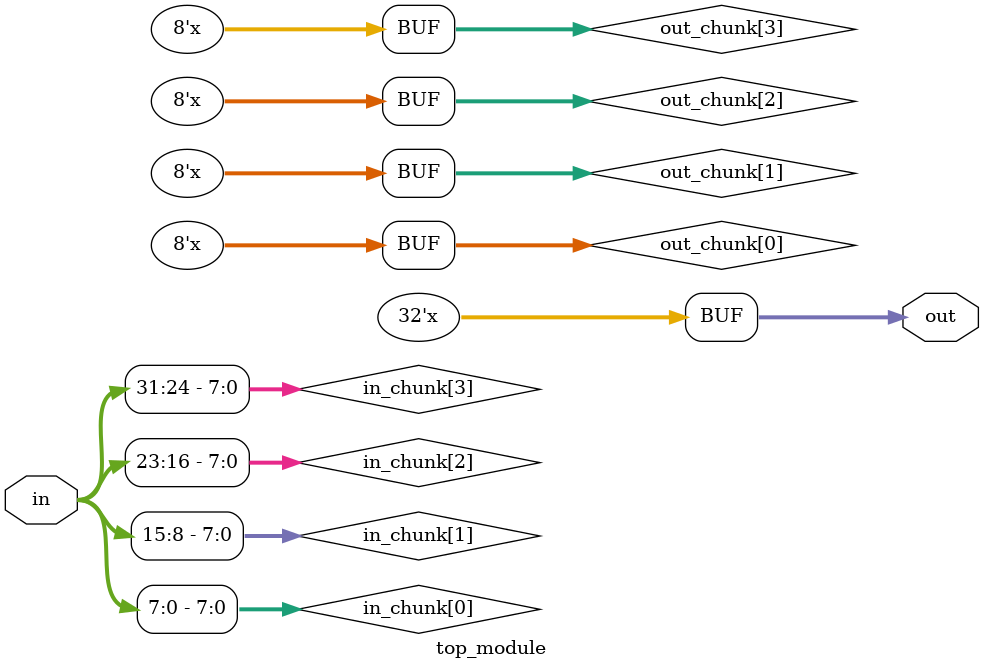
<source format=sv>
module top_module (
	input [31:0] in,
	output [31:0] out
);
	
	// Wire declarations
	wire [7:0] in_chunk[3:0];
	wire [7:0] out_chunk[3:0];
	
	genvar i;
	
	// Assigning input bits to 8-bit chunks
	generate
		for (i = 0; i < 4; i = i + 1) begin : CHUNK_ASSIGN
			assign in_chunk[i] = in[(i*8) +: 8];
		end
	endgenerate
	
	// Assigning output bits by rearranging input chunks
	assign out = {out_chunk[3], out_chunk[2], out_chunk[1], out_chunk[0]};
	
	// Assigning input chunks to output chunks in reverse order
	assign out_chunk[0] = in_chunk[3];
	assign out_chunk[1] = in_chunk[2];
	assign out_chunk[2] = in_chunk[1];
	assign out_chunk[3] = in_chunk[0];
	
endmodule

</source>
